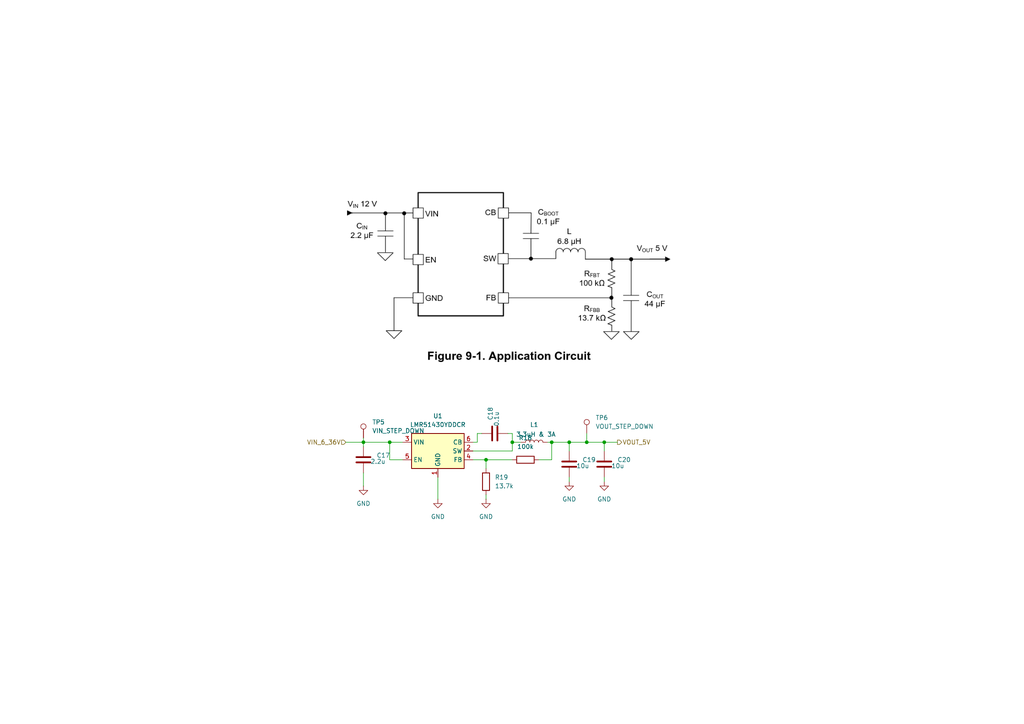
<source format=kicad_sch>
(kicad_sch (version 20231120) (generator "eeschema") (generator_version "8.0")
  (paper "A4")
  (lib_symbols
    (symbol "Connector:TestPoint" (pin_numbers hide) (pin_names (offset 0.762) hide)
      (property "Reference" "TP" (at 0 6.858 0))
      (property "Value" "TestPoint" (at 0 5.08 0))
      (symbol "TestPoint_0_1"
        (circle (center 0 3.302) (radius 0.762))
      )
      (symbol "TestPoint_1_1"
        (pin passive line (at 0 0 90) (length 2.54) (name "1") (number "1"))
      )
    )
    (symbol "Device:C" (pin_numbers hide) (pin_names (offset 0.254))
      (property "Reference" "C" (at 0.635 2.54 0))
      (property "Value" "C" (at 0.635 -2.54 0))
      (symbol "C_0_1"
        (polyline (pts (xy -2.032 -0.762) (xy 2.032 -0.762)) (stroke (width 0.508)))
        (polyline (pts (xy -2.032 0.762) (xy 2.032 0.762)) (stroke (width 0.508)))
      )
      (symbol "C_1_1"
        (pin passive line (at 0 3.81 270) (length 2.794) (name "~") (number "1"))
        (pin passive line (at 0 -3.81 90) (length 2.794) (name "~") (number "2"))
      )
    )
    (symbol "Device:L" (pin_numbers hide) (pin_names (offset 1.016) hide)
      (property "Reference" "L" (at -1.27 0 90))
      (property "Value" "L" (at 1.905 0 90))
      (symbol "L_0_1"
        (arc (start 0 -2.54) (mid 0.6323 -1.905) (end 0 -1.27))
        (arc (start 0 -1.27) (mid 0.6323 -0.635) (end 0 0))
        (arc (start 0 0) (mid 0.6323 0.635) (end 0 1.27))
        (arc (start 0 1.27) (mid 0.6323 1.905) (end 0 2.54))
      )
      (symbol "L_1_1"
        (pin passive line (at 0 3.81 270) (length 1.27) (name "1") (number "1"))
        (pin passive line (at 0 -3.81 90) (length 1.27) (name "2") (number "2"))
      )
    )
    (symbol "Device:R" (pin_numbers hide) (pin_names (offset 0))
      (property "Reference" "R" (at 2.032 0 90))
      (property "Value" "R" (at 0 0 90))
      (symbol "R_0_1"
        (rectangle (start -1.016 -2.54) (end 1.016 2.54) (stroke (width 0.254)))
      )
      (symbol "R_1_1"
        (pin passive line (at 0 3.81 270) (length 1.27) (name "~") (number "1"))
        (pin passive line (at 0 -3.81 90) (length 1.27) (name "~") (number "2"))
      )
    )
    (symbol "Regulator_Switching:LMR51430"
      (property "Reference" "U" (at -7.62 6.35 0))
      (property "Value" "LMR51430" (at 0 6.35 0))
      (symbol "LMR51430_0_1"
        (rectangle (start -7.62 5.08) (end 7.62 -5.08) (stroke (width 0.254)) (fill (type background)))
      )
      (symbol "LMR51430_1_1"
        (pin power_in line (at 0 -7.62 90) (length 2.54) (name "GND") (number "1"))
        (pin power_out line (at 10.16 0 180) (length 2.54) (name "SW") (number "2"))
        (pin power_in line (at -10.16 2.54 0) (length 2.54) (name "VIN") (number "3"))
        (pin input line (at 10.16 -2.54 180) (length 2.54) (name "FB") (number "4"))
        (pin input line (at -10.16 -2.54 0) (length 2.54) (name "EN") (number "5"))
        (pin passive line (at 10.16 2.54 180) (length 2.54) (name "CB") (number "6"))
      )
    )
    (symbol "power:GND" (power) (pin_numbers hide) (pin_names (offset 0) hide)
      (property "Value" "GND" (at 0 -3.81 0))
      (symbol "GND_0_1"
        (polyline (pts (xy 0 0) (xy 0 -1.27) (xy 1.27 -1.27) (xy 0 -2.54) (xy -1.27 -1.27) (xy 0 -1.27)))
      )
      (symbol "GND_1_1"
        (pin power_in line (at 0 0 270) (length 0) (name "~") (number "1"))
      )
    )
  )
  (junction (at 140.97 133.35))
  (junction (at 170.18 128.27))
  (junction (at 175.26 128.27))
  (junction (at 105.41 128.27))
  (junction (at 148.59 128.27))
  (junction (at 160.02 128.27))
  (junction (at 113.03 128.27))
  (junction (at 165.1 128.27))
  (wire (pts (xy 137.16 128.27) (xy 138.43 128.27)))
  (wire (pts (xy 140.97 133.35) (xy 137.16 133.35)))
  (wire (pts (xy 175.26 128.27) (xy 175.26 130.81)))
  (wire (pts (xy 156.21 133.35) (xy 160.02 133.35)))
  (wire (pts (xy 105.41 128.27) (xy 105.41 129.54)))
  (wire (pts (xy 175.26 128.27) (xy 179.07 128.27)))
  (wire (pts (xy 165.1 128.27) (xy 170.18 128.27)))
  (wire (pts (xy 138.43 128.27) (xy 138.43 125.73)))
  (wire (pts (xy 160.02 128.27) (xy 165.1 128.27)))
  (wire (pts (xy 160.02 128.27) (xy 160.02 133.35)))
  (wire (pts (xy 165.1 138.43) (xy 165.1 139.7)))
  (wire (pts (xy 147.32 125.73) (xy 148.59 125.73)))
  (wire (pts (xy 105.41 127) (xy 105.41 128.27)))
  (wire (pts (xy 105.41 137.16) (xy 105.41 140.97)))
  (wire (pts (xy 175.26 138.43) (xy 175.26 139.7)))
  (wire (pts (xy 148.59 133.35) (xy 140.97 133.35)))
  (wire (pts (xy 148.59 128.27) (xy 151.13 128.27)))
  (wire (pts (xy 148.59 125.73) (xy 148.59 128.27)))
  (wire (pts (xy 158.75 128.27) (xy 160.02 128.27)))
  (wire (pts (xy 170.18 125.73) (xy 170.18 128.27)))
  (wire (pts (xy 127 138.43) (xy 127 144.78)))
  (wire (pts (xy 140.97 143.51) (xy 140.97 144.78)))
  (wire (pts (xy 138.43 125.73) (xy 139.7 125.73)))
  (wire (pts (xy 113.03 133.35) (xy 113.03 128.27)))
  (wire (pts (xy 137.16 130.81) (xy 148.59 130.81)))
  (wire (pts (xy 148.59 128.27) (xy 148.59 130.81)))
  (wire (pts (xy 170.18 128.27) (xy 175.26 128.27)))
  (wire (pts (xy 113.03 128.27) (xy 105.41 128.27)))
  (wire (pts (xy 116.84 133.35) (xy 113.03 133.35)))
  (wire (pts (xy 113.03 128.27) (xy 116.84 128.27)))
  (wire (pts (xy 100.33 128.27) (xy 105.41 128.27)))
  (wire (pts (xy 140.97 133.35) (xy 140.97 135.89)))
  (wire (pts (xy 165.1 128.27) (xy 165.1 130.81)))
  (image (at 147.32 80.01) (scale 1.47502))
  (hierarchical_label "VOUT_5V" (shape output) (at 179.07 128.27 0))
  (hierarchical_label "VIN_6_36V" (shape input) (at 100.33 128.27 180))
  (symbol (lib_id "Device:R") (at 140.97 139.7 0) (unit 1)
    (property "Reference" "R19" (at 143.51 138.4299 0) (effects (justify left)))
    (property "Value" "13.7k" (at 143.51 140.9699 0) (effects (justify left)))
    (property "Footprint" "Resistor_SMD:R_0805_2012Metric_Pad1.20x1.40mm_HandSolder" (effects (hide yes)))
    (property "Description" "Resistor" (effects (hide yes)))
  )
  (symbol (lib_id "Device:L") (at 154.94 128.27 90) (unit 1)
    (property "Reference" "L1" (at 154.94 123.19 90))
    (property "Value" "3.3uH & 3A" (at 155.448 125.984 90))
    (property "Footprint" "Inductor_SMD:L_Cenker_CKCS6028" (effects (hide yes)))
    (property "Description" "Inductor" (effects (hide yes)))
  )
  (symbol (lib_id "power:GND") (at 105.41 140.97 0) (unit 1)
    (property "Reference" "#PWR031" (effects (hide yes)))
    (property "Value" "GND" (at 105.41 146.05 0))
    (property "Description" "Power symbol creates a global label with name \"GND\" , ground" (effects (hide yes)))
  )
  (symbol (lib_id "Regulator_Switching:LMR51430") (at 127 130.81 0) (unit 1)
    (property "Reference" "U1" (at 127 120.65 0))
    (property "Value" "LMR51430YDDCR" (at 127 123.19 0))
    (property "Footprint" "Package_TO_SOT_SMD:SOT-23-6" (effects (hide yes)))
    (property "Datasheet" "https://www.ti.com/lit/ds/symlink/lmr51430.pdf" (effects (hide yes)))
    (property "Description" "4.5-V to 36-V, 3-A synchronous buck converter with 40-µA IQ, SOT-23-6" (effects (hide yes)))
  )
  (symbol (lib_id "power:GND") (at 140.97 144.78 0) (unit 1)
    (property "Reference" "#PWR055" (effects (hide yes)))
    (property "Value" "GND" (at 140.97 149.86 0))
    (property "Description" "Power symbol creates a global label with name \"GND\" , ground" (effects (hide yes)))
  )
  (symbol (lib_id "Connector:TestPoint") (at 105.41 127 0) (unit 1)
    (property "Reference" "TP5" (at 107.95 122.4279 0) (effects (justify left)))
    (property "Value" "VIN_STEP_DOWN" (at 107.95 124.9679 0) (effects (justify left)))
    (property "Footprint" "TestPoint:TestPoint_Pad_2.0x2.0mm" (effects (hide yes)))
    (property "Description" "test point" (effects (hide yes)))
  )
  (symbol (lib_id "Device:C") (at 105.41 133.35 0) (unit 1)
    (property "Reference" "C17" (at 109.22 132.0799 0) (effects (justify left)))
    (property "Value" "2.2u" (at 107.442 133.858 0) (effects (justify left)))
    (property "Footprint" "Capacitor_SMD:C_0805_2012Metric_Pad1.18x1.45mm_HandSolder" (effects (hide yes)))
    (property "Description" "Unpolarized capacitor" (effects (hide yes)))
  )
  (symbol (lib_id "power:GND") (at 127 144.78 0) (unit 1)
    (property "Reference" "#PWR030" (effects (hide yes)))
    (property "Value" "GND" (at 127 149.86 0))
    (property "Description" "Power symbol creates a global label with name \"GND\" , ground" (effects (hide yes)))
  )
  (symbol (lib_id "power:GND") (at 175.26 139.7 0) (unit 1)
    (property "Reference" "#PWR054" (effects (hide yes)))
    (property "Value" "GND" (at 175.26 144.78 0))
    (property "Description" "Power symbol creates a global label with name \"GND\" , ground" (effects (hide yes)))
  )
  (symbol (lib_id "Connector:TestPoint") (at 170.18 125.73 0) (unit 1)
    (property "Reference" "TP6" (at 172.72 121.1579 0) (effects (justify left)))
    (property "Value" "VOUT_STEP_DOWN" (at 172.72 123.6979 0) (effects (justify left)))
    (property "Footprint" "TestPoint:TestPoint_Pad_2.0x2.0mm" (effects (hide yes)))
    (property "Description" "test point" (effects (hide yes)))
  )
  (symbol (lib_id "Device:C") (at 143.51 125.73 90) (unit 1)
    (property "Reference" "C18" (at 142.2399 121.92 0) (effects (justify left)))
    (property "Value" "0.1u" (at 144.018 123.698 0) (effects (justify left)))
    (property "Footprint" "Capacitor_SMD:C_0805_2012Metric_Pad1.18x1.45mm_HandSolder" (effects (hide yes)))
    (property "Description" "Unpolarized capacitor" (effects (hide yes)))
  )
  (symbol (lib_id "Device:C") (at 165.1 134.62 0) (unit 1)
    (property "Reference" "C19" (at 168.91 133.3499 0) (effects (justify left)))
    (property "Value" "10u" (at 167.132 135.128 0) (effects (justify left)))
    (property "Footprint" "Capacitor_SMD:C_0805_2012Metric_Pad1.18x1.45mm_HandSolder" (effects (hide yes)))
    (property "Description" "Unpolarized capacitor" (effects (hide yes)))
  )
  (symbol (lib_id "power:GND") (at 165.1 139.7 0) (unit 1)
    (property "Reference" "#PWR053" (effects (hide yes)))
    (property "Value" "GND" (at 165.1 144.78 0))
    (property "Description" "Power symbol creates a global label with name \"GND\" , ground" (effects (hide yes)))
  )
  (symbol (lib_id "Device:C") (at 175.26 134.62 0) (unit 1)
    (property "Reference" "C20" (at 179.07 133.3499 0) (effects (justify left)))
    (property "Value" "10u" (at 177.292 135.128 0) (effects (justify left)))
    (property "Footprint" "Capacitor_SMD:C_0805_2012Metric_Pad1.18x1.45mm_HandSolder" (effects (hide yes)))
    (property "Description" "Unpolarized capacitor" (effects (hide yes)))
  )
  (symbol (lib_id "Device:R") (at 152.4 133.35 270) (unit 1)
    (property "Reference" "R18" (at 152.4 127 90))
    (property "Value" "100k" (at 152.4 129.54 90))
    (property "Footprint" "Resistor_SMD:R_0805_2012Metric_Pad1.20x1.40mm_HandSolder" (effects (hide yes)))
    (property "Description" "Resistor" (effects (hide yes)))
  )
)
</source>
